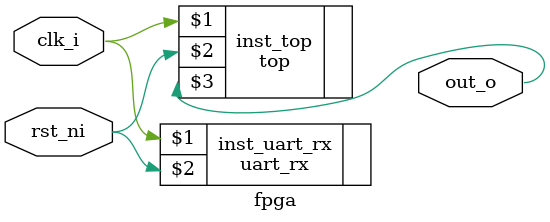
<source format=v>
/* Copyright (C) reserved for Jacob E. F. Overgaard, 2024
 *
 *
 * @file: fpga.v
 * @author: Jacob E. F. Overgaard
 * @date: 2024-07-11
 *
 * @brief:
 *  FPGA (gowin GW1N) to test/debug the timer.
 *  The FPGA will contain a uart receiver
 *
 *
 * 
 */


`include "rtl/top/top.v"
`include "uart/uart_rx.v"

module fpga
(
  input clk_i,
  input rst_ni,
  output out_o
);

  // Main design components
  top inst_top(clk_i, rst_ni, out_o);

  // Debug / FPGA testing components
  uart_rx inst_uart_rx(clk_i, rst_ni);

  

endmodule //fpga

</source>
